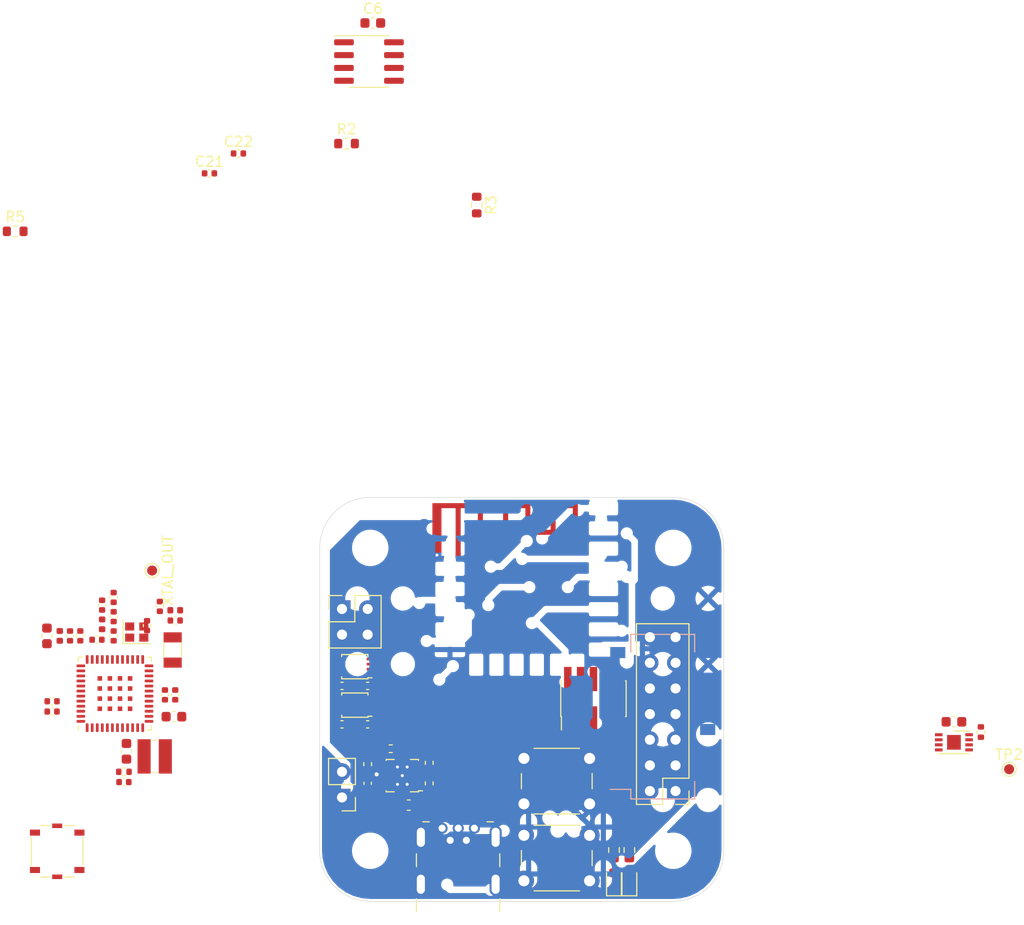
<source format=kicad_pcb>
(kicad_pcb (version 20171130) (host pcbnew 5.1.8)
  (layers (0 F.Cu signal) (31 B.Cu signal) (34 B.Paste user) (35 F.Paste user) (36 B.SilkS user) (37 F.SilkS user) (38 B.Mask user) (39 F.Mask user) (44 Edge.Cuts user))
  (net 0 "")
  (net 1 GND)
  (net 2 VBUS)
  (net 3 +BATT)
  (net 4 +VDC)
  (net 5 /SCL)
  (net 6 /SDA)
  (net 7 "Net-(AE1-Pad1)")
  (net 8 /XTAL_OUT)
  (net 9 "Net-(C1-Pad1)")
  (net 10 "Net-(C2-Pad1)")
  (net 11 "Net-(C4-Pad2)")
  (net 12 "Net-(C5-Pad1)")
  (net 13 +1V8)
  (net 14 /~MCU_RST)
  (net 15 /MKW41_PERIPHERAL_PWR/~BTN_INT)
  (net 16 VDDA)
  (net 17 /VREFHVREF_OUT)
  (net 18 +1V5)
  (net 19 /VDD_RF)
  (net 20 "Net-(C32-Pad1)")
  (net 21 "Net-(D1-Pad2)")
  (net 22 "Net-(D2-Pad2)")
  (net 23 /PTA17)
  (net 24 /PTA16)
  (net 25 /TMP0_CH3)
  (net 26 /TMP0_CH2)
  (net 27 /PTB3)
  (net 28 /PTB2)
  (net 29 /~BTN_INT)
  (net 30 /PTC19)
  (net 31 /PTC4)
  (net 32 /PTC1)
  (net 33 /I2C/UART_RX)
  (net 34 /I2C/UART_TX)
  (net 35 "Net-(J3-Pad8)")
  (net 36 "Net-(J3-Pad7)")
  (net 37 "Net-(J3-Pad6)")
  (net 38 /SWD_CLK)
  (net 39 /SWD_IO)
  (net 40 "Net-(J4-Pad4)")
  (net 41 "Net-(J4-Pad2)")
  (net 42 "Net-(J4-Pad3)")
  (net 43 "Net-(L1-Pad2)")
  (net 44 "Net-(L1-Pad1)")
  (net 45 /~TMP_INT)
  (net 46 /~CHG_RUN)
  (net 47 /~CHG_DONE)
  (net 48 /~CHG_PG)
  (net 49 /TMP0_CH0)
  (net 50 /TMP0_CH1)
  (net 51 "Net-(U1-Pad21)")
  (net 52 "Net-(U1-Pad22)")
  (net 53 "Net-(U1-Pad24)")
  (net 54 "Net-(U1-Pad25)")
  (net 55 "Net-(U1-Pad30)")
  (net 56 "Net-(U1-Pad31)")
  (net 57 /LPUART0_RX)
  (net 58 /LPUART0_TX)
  (net 59 "Net-(U4-Pad6)")
  (net 60 "Net-(U5-Pad3)")
  (module Connector_PinHeader_2.54mm:PinHeader_1x02_P2.54mm_Vertical (layer F.Cu) (at 180.086 98.298 180)
    (fp_text reference J5)
    (fp_text value Conn_01x02)
    (pad 2 thru_hole oval (at 0 2.54 180) (size 1.7 1.7) (drill 1) (layers *.Cu *.Mask) (net 1 GND))
    (pad 1 thru_hole rect (at 0 0 180) (size 1.7 1.7) (drill 1) (layers *.Cu *.Mask) (net 3 +BATT))
  )
  (module LED_SMD:LED_0603_1608Metric (layer F.Cu) (at 208.534 106.553 90)
    (fp_text reference D2)
    (fp_text value LED)
    (pad 2 smd roundrect (at 0.7875 0 90) (size 0.875 0.95) (layers F.Cu F.Paste F.Mask) (net 22 "Net-(D2-Pad2)"))
    (pad 1 smd roundrect (at -0.7875 0 90) (size 0.875 0.95) (layers F.Cu F.Paste F.Mask) (net 1 GND))
  )
  (module LED_SMD:LED_0603_1608Metric (layer F.Cu) (at 207.01 106.553 90)
    (fp_text reference D1)
    (fp_text value LED)
    (pad 2 smd roundrect (at 0.7875 0 90) (size 0.875 0.95) (layers F.Cu F.Paste F.Mask) (net 21 "Net-(D1-Pad2)"))
    (pad 1 smd roundrect (at -0.7875 0 90) (size 0.875 0.95) (layers F.Cu F.Paste F.Mask) (net 1 GND))
  )
  (module Capacitor_SMD:C_0402_1005Metric (layer F.Cu) (at 151.384 88.773 180)
    (fp_text reference C19)
    (fp_text value 100n)
    (pad 2 smd roundrect (at 0.48 0 180) (size 0.56 0.62) (layers F.Cu F.Paste F.Mask) (net 1 GND))
    (pad 1 smd roundrect (at -0.48 0 180) (size 0.56 0.62) (layers F.Cu F.Paste F.Mask) (net 13 +1V8))
  )
  (module RF_Antenna:Texas_SWRA117D_2.4GHz_Right (layer F.Cu) (at 191.584 74.295)
    (fp_text reference AE1)
    (fp_text value Antenna_Shield)
    (fp_poly (pts (xy 2.45 -2.51) (xy 4.45 -2.51) (xy 4.45 -5.15) (xy 7.15 -5.15) (xy 7.15 -2.51) (xy 9.15 -2.51) (xy 9.15 -5.15) (xy 11.85 -5.15) (xy 11.85 -0.71) (xy 11.35 -0.71) (xy 11.35 -4.65) (xy 9.65 -4.65) (xy 9.65 -2.01) (xy 6.65 -2.01) (xy 6.65 -4.65) (xy 4.95 -4.65) (xy 4.95 -2.01) (xy 1.95 -2.01) (xy 1.95 -4.65) (xy 0.25 -4.65) (xy 0.25 0.25) (xy -0.25 0.25) (xy -0.25 -4.65) (xy -1.65 -4.65) (xy -1.65 0.25) (xy -2.55 0.25) (xy -2.55 0.006785) (xy -2.247583 0.006785) (xy -2.237742 0.054395) (xy -2.213674 0.096797) (xy -2.175731 0.129581) (xy -2.167819 0.133935) (xy -2.125156 0.146043) (xy -2.076637 0.1453) (xy -2.031122 0.1324) (xy -2.012511 0.121787) (xy -1.978868 0.086553) (xy -1.958309 0.041368) (xy -1.951778 -0.008158) (xy -1.960218 -0.056417) (xy -1.977112 -0.088643) (xy -2.012372 -0.121313) (xy -2.057682 -0.141408) (xy -2.107267 -0.147982) (xy -2.155353 -0.140092) (xy -2.188245 -0.123186) (xy -2.223185 -0.086416) (xy -2.242847 -0.041622) (xy -2.247583 0.006785) (xy -2.55 0.006785) (xy -2.55 -5.15) (xy 2.45 -5.15) (xy 2.45 -2.51)) (layer F.Cu) (width 0))
    (pad 1 connect rect (at 0 0) (size 0.5 0.5) (layers F.Cu) (net 7 "Net-(AE1-Pad1)"))
    (pad 2 thru_hole rect (at -2.1 0) (size 0.9 0.5) (drill 0.3) (layers *.Cu) (net 1 GND))
  )
  (module Resistor_SMD:R_0402_1005Metric (layer F.Cu) (at 243.332 91.821 90)
    (fp_text reference R4)
    (fp_text value R)
    (pad 2 smd roundrect (at 0.51 0 90) (size 0.54 0.64) (layers F.Cu F.Paste F.Mask) (net 13 +1V8))
    (pad 1 smd roundrect (at -0.51 0 90) (size 0.54 0.64) (layers F.Cu F.Paste F.Mask) (net 45 /~TMP_INT))
  )
  (module Resistor_SMD:R_0402_1005Metric (layer F.Cu) (at 182.626 94.996 270)
    (fp_text reference R11)
    (fp_text value R)
    (pad 2 smd roundrect (at 0.51 0 270) (size 0.54 0.64) (layers F.Cu F.Paste F.Mask) (net 20 "Net-(C32-Pad1)"))
    (pad 1 smd roundrect (at -0.51 0 270) (size 0.54 0.64) (layers F.Cu F.Paste F.Mask) (net 1 GND))
  )
  (module Resistor_SMD:R_0402_1005Metric (layer F.Cu) (at 184.912 93.472)
    (fp_text reference R8)
    (fp_text value R)
    (pad 2 smd roundrect (at 0.51 0) (size 0.54 0.64) (layers F.Cu F.Paste F.Mask) (net 13 +1V8))
    (pad 1 smd roundrect (at -0.51 0) (size 0.54 0.64) (layers F.Cu F.Paste F.Mask) (net 48 /~CHG_PG))
  )
  (module Resistor_SMD:R_0402_1005Metric (layer F.Cu) (at 188.722 94.869 90)
    (fp_text reference R7)
    (fp_text value R)
    (pad 2 smd roundrect (at 0.51 0 90) (size 0.54 0.64) (layers F.Cu F.Paste F.Mask) (net 13 +1V8))
    (pad 1 smd roundrect (at -0.51 0 90) (size 0.54 0.64) (layers F.Cu F.Paste F.Mask) (net 47 /~CHG_DONE))
  )
  (module Resistor_SMD:R_0402_1005Metric (layer F.Cu) (at 188.722 96.901 270)
    (fp_text reference R6)
    (fp_text value R)
    (pad 2 smd roundrect (at 0.51 0 270) (size 0.54 0.64) (layers F.Cu F.Paste F.Mask) (net 13 +1V8))
    (pad 1 smd roundrect (at -0.51 0 270) (size 0.54 0.64) (layers F.Cu F.Paste F.Mask) (net 46 /~CHG_RUN))
  )
  (module Crystal:Crystal_SMD_3215-2Pin_3.2x1.5mm (layer F.Cu) (at 163.322 83.693 270)
    (fp_text reference Y2)
    (fp_text value "32.768KHz 20PPM 3.2x1.5mm 7PF")
    (pad 2 smd rect (at -1.25 0 270) (size 1 1.8) (layers F.Cu F.Paste F.Mask) (net 52 "Net-(U1-Pad22)"))
    (pad 1 smd rect (at 1.25 0 270) (size 1 1.8) (layers F.Cu F.Paste F.Mask) (net 51 "Net-(U1-Pad21)"))
  )
  (module Crystal:Crystal_SMD_2016-4Pin_2.0x1.6mm (layer F.Cu) (at 159.766 81.915)
    (fp_text reference Y1)
    (fp_text value "32MHz 10PPM SMT 2.0x1.6mm 10PF")
    (pad 4 smd rect (at -0.7 -0.55) (size 0.9 0.8) (layers F.Cu F.Paste F.Mask) (net 1 GND))
    (pad 3 smd rect (at 0.7 -0.55) (size 0.9 0.8) (layers F.Cu F.Paste F.Mask) (net 55 "Net-(U1-Pad30)"))
    (pad 2 smd rect (at 0.7 0.55) (size 0.9 0.8) (layers F.Cu F.Paste F.Mask) (net 1 GND))
    (pad 1 smd rect (at -0.7 0.55) (size 0.9 0.8) (layers F.Cu F.Paste F.Mask) (net 56 "Net-(U1-Pad31)"))
  )
  (module Package_SON:VSON-10-1EP_3x3mm_P0.5mm_EP1.65x2.4mm_ThermalVias (layer F.Cu) (at 186.055 96.139 180)
    (fp_text reference U6)
    (fp_text value BQ24012)
    (pad 11 smd rect (at 0 0 180) (size 1.65 2.4) (layers B.Cu) (net 1 GND))
    (pad 11 thru_hole circle (at 0 0 180) (size 0.6 0.6) (drill 0.3) (layers *.Cu) (net 1 GND))
    (pad 11 thru_hole circle (at 0.48 0.86 180) (size 0.6 0.6) (drill 0.3) (layers *.Cu) (net 1 GND))
    (pad 11 thru_hole circle (at 0.48 -0.86 180) (size 0.6 0.6) (drill 0.3) (layers *.Cu) (net 1 GND))
    (pad 11 thru_hole circle (at -0.48 0.86 180) (size 0.6 0.6) (drill 0.3) (layers *.Cu) (net 1 GND))
    (pad 11 thru_hole circle (at -0.48 -0.86 180) (size 0.6 0.6) (drill 0.3) (layers *.Cu) (net 1 GND))
    (pad 11 smd rect (at 0.25 1.55 180) (size 0.28 0.7) (layers F.Cu F.Paste F.Mask) (net 1 GND))
    (pad 11 smd rect (at 0.25 -1.55 180) (size 0.28 0.7) (layers F.Cu F.Paste F.Mask) (net 1 GND))
    (pad 11 smd rect (at -0.25 1.55 180) (size 0.28 0.7) (layers F.Cu F.Paste F.Mask) (net 1 GND))
    (pad 11 smd rect (at -0.25 -1.55 180) (size 0.28 0.7) (layers F.Cu F.Paste F.Mask) (net 1 GND))
    (pad 11 smd rect (at 0 0 180) (size 1.65 2.4) (layers F.Cu F.Mask) (net 1 GND))
    (pad 10 smd rect (at 1.475 -1 180) (size 0.85 0.28) (layers F.Cu F.Paste F.Mask) (net 3 +BATT))
    (pad 9 smd rect (at 1.475 -0.5 180) (size 0.85 0.28) (layers F.Cu F.Paste F.Mask) (net 3 +BATT))
    (pad 8 smd rect (at 1.475 0 180) (size 0.85 0.28) (layers F.Cu F.Paste F.Mask) (net 1 GND))
    (pad 7 smd rect (at 1.475 0.5 180) (size 0.85 0.28) (layers F.Cu F.Paste F.Mask) (net 48 /~CHG_PG))
    (pad 6 smd rect (at 1.475 1 180) (size 0.85 0.28) (layers F.Cu F.Paste F.Mask) (net 20 "Net-(C32-Pad1)"))
    (pad 5 smd rect (at -1.475 1 180) (size 0.85 0.28) (layers F.Cu F.Paste F.Mask) (net 1 GND))
    (pad 4 smd rect (at -1.475 0.5 180) (size 0.85 0.28) (layers F.Cu F.Paste F.Mask) (net 47 /~CHG_DONE))
    (pad 3 smd rect (at -1.475 0 180) (size 0.85 0.28) (layers F.Cu F.Paste F.Mask) (net 46 /~CHG_RUN))
    (pad 2 smd rect (at -1.475 -0.5 180) (size 0.85 0.28) (layers F.Cu F.Paste F.Mask) (net 2 VBUS))
    (pad 1 smd rect (at -1.475 -1 180) (size 0.85 0.28) (layers F.Cu F.Paste F.Mask) (net 2 VBUS))
  )
  (module Package_SO:VSSOP-8_2.4x2.1mm_P0.5mm (layer F.Cu) (at 181.356 85.344 180)
    (fp_text reference U5)
    (fp_text value SN74LVC2T45DCUR)
    (pad 8 smd rect (at 1.55 -0.75 180) (size 0.75 0.25) (layers F.Cu F.Paste F.Mask) (net 4 +VDC))
    (pad 7 smd rect (at 1.55 -0.25 180) (size 0.75 0.25) (layers F.Cu F.Paste F.Mask) (net 33 /I2C/UART_RX))
    (pad 6 smd rect (at 1.55 0.25 180) (size 0.75 0.25) (layers F.Cu F.Paste F.Mask) (net 1 GND))
    (pad 5 smd rect (at 1.55 0.75 180) (size 0.75 0.25) (layers F.Cu F.Paste F.Mask) (net 1 GND))
    (pad 4 smd rect (at -1.55 0.75 180) (size 0.75 0.25) (layers F.Cu F.Paste F.Mask) (net 1 GND))
    (pad 3 smd rect (at -1.55 0.25 180) (size 0.75 0.25) (layers F.Cu F.Paste F.Mask) (net 60 "Net-(U5-Pad3)"))
    (pad 2 smd rect (at -1.55 -0.25 180) (size 0.75 0.25) (layers F.Cu F.Paste F.Mask) (net 57 /LPUART0_RX))
    (pad 1 smd rect (at -1.55 -0.75 180) (size 0.75 0.25) (layers F.Cu F.Paste F.Mask) (net 13 +1V8))
  )
  (module Package_SO:VSSOP-8_2.4x2.1mm_P0.5mm (layer F.Cu) (at 181.356 89.154 180)
    (fp_text reference U4)
    (fp_text value SN74LVC2T45DCUR)
    (pad 8 smd rect (at 1.55 -0.75 180) (size 0.75 0.25) (layers F.Cu F.Paste F.Mask) (net 4 +VDC))
    (pad 7 smd rect (at 1.55 -0.25 180) (size 0.75 0.25) (layers F.Cu F.Paste F.Mask) (net 34 /I2C/UART_TX))
    (pad 6 smd rect (at 1.55 0.25 180) (size 0.75 0.25) (layers F.Cu F.Paste F.Mask) (net 59 "Net-(U4-Pad6)"))
    (pad 5 smd rect (at 1.55 0.75 180) (size 0.75 0.25) (layers F.Cu F.Paste F.Mask) (net 13 +1V8))
    (pad 4 smd rect (at -1.55 0.75 180) (size 0.75 0.25) (layers F.Cu F.Paste F.Mask) (net 1 GND))
    (pad 3 smd rect (at -1.55 0.25 180) (size 0.75 0.25) (layers F.Cu F.Paste F.Mask) (net 1 GND))
    (pad 2 smd rect (at -1.55 -0.25 180) (size 0.75 0.25) (layers F.Cu F.Paste F.Mask) (net 58 /LPUART0_TX))
    (pad 1 smd rect (at -1.55 -0.75 180) (size 0.75 0.25) (layers F.Cu F.Paste F.Mask) (net 13 +1V8))
  )
  (module Package_DFN_QFN:DFN-8-1EP_3x2mm_P0.5mm_EP1.36x1.46mm (layer F.Cu) (at 240.665 92.837)
    (fp_text reference U3)
    (fp_text value MCP9844)
    (pad 9 smd rect (at 0 0) (size 1.36 1.46) (layers F.Cu F.Mask) (net 1 GND))
    (pad 8 smd rect (at 1.5 -0.75) (size 0.75 0.3) (layers F.Cu F.Paste F.Mask) (net 13 +1V8))
    (pad 7 smd rect (at 1.5 -0.25) (size 0.75 0.3) (layers F.Cu F.Paste F.Mask) (net 45 /~TMP_INT))
    (pad 6 smd rect (at 1.5 0.25) (size 0.75 0.3) (layers F.Cu F.Paste F.Mask) (net 5 /SCL))
    (pad 5 smd rect (at 1.5 0.75) (size 0.75 0.3) (layers F.Cu F.Paste F.Mask) (net 6 /SDA))
    (pad 4 smd rect (at -1.5 0.75) (size 0.75 0.3) (layers F.Cu F.Paste F.Mask) (net 1 GND))
    (pad 3 smd rect (at -1.5 0.25) (size 0.75 0.3) (layers F.Cu F.Paste F.Mask) (net 1 GND))
    (pad 2 smd rect (at -1.5 -0.25) (size 0.75 0.3) (layers F.Cu F.Paste F.Mask) (net 1 GND))
    (pad 1 smd rect (at -1.5 -0.75) (size 0.75 0.3) (layers F.Cu F.Paste F.Mask) (net 1 GND))
  )
  (module Package_SO:SOIC-8_3.9x4.9mm_P1.27mm (layer F.Cu) (at 182.754 25.405)
    (fp_text reference U2)
    (fp_text value 24C16)
    (pad 8 smd roundrect (at 2.475 -1.905) (size 1.95 0.6) (layers F.Cu F.Paste F.Mask) (net 13 +1V8))
    (pad 7 smd roundrect (at 2.475 -0.635) (size 1.95 0.6) (layers F.Cu F.Paste F.Mask) (net 1 GND))
    (pad 6 smd roundrect (at 2.475 0.635) (size 1.95 0.6) (layers F.Cu F.Paste F.Mask) (net 5 /SCL))
    (pad 5 smd roundrect (at 2.475 1.905) (size 1.95 0.6) (layers F.Cu F.Paste F.Mask) (net 6 /SDA))
    (pad 4 smd roundrect (at -2.475 1.905) (size 1.95 0.6) (layers F.Cu F.Paste F.Mask) (net 1 GND))
    (pad 3 smd roundrect (at -2.475 0.635) (size 1.95 0.6) (layers F.Cu F.Paste F.Mask) (net 1 GND))
    (pad 2 smd roundrect (at -2.475 -0.635) (size 1.95 0.6) (layers F.Cu F.Paste F.Mask) (net 1 GND))
    (pad 1 smd roundrect (at -2.475 -1.905) (size 1.95 0.6) (layers F.Cu F.Paste F.Mask) (net 1 GND))
  )
  (module Package_DFN_QFN:NXP_LQFN-48-1EP_7x7mm_P0.5mm_EP3.5x3.5mm_16xMask0.45x0.45 (layer F.Cu) (at 157.607 88.011 90)
    (fp_text reference U1)
    (fp_text value MKW41Z512VHT)
    (pad 1 smd roundrect (at -3.375 -2.75 90) (size 0.85 0.27) (layers F.Cu F.Paste F.Mask) (net 39 /SWD_IO))
    (pad 2 smd roundrect (at -3.375 -2.25 90) (size 0.85 0.27) (layers F.Cu F.Paste F.Mask) (net 38 /SWD_CLK))
    (pad 3 smd roundrect (at -3.375 -1.75 90) (size 0.85 0.27) (layers F.Cu F.Paste F.Mask) (net 14 /~MCU_RST))
    (pad 4 smd roundrect (at -3.375 -1.25 90) (size 0.85 0.27) (layers F.Cu F.Paste F.Mask) (net 24 /PTA16))
    (pad 5 smd roundrect (at -3.375 -0.75 90) (size 0.85 0.27) (layers F.Cu F.Paste F.Mask) (net 23 /PTA17))
    (pad 6 smd roundrect (at -3.375 -0.25 90) (size 0.85 0.27) (layers F.Cu F.Paste F.Mask) (net 29 /~BTN_INT))
    (pad 7 smd roundrect (at -3.375 0.25 90) (size 0.85 0.27) (layers F.Cu F.Paste F.Mask) (net 45 /~TMP_INT))
    (pad 8 smd roundrect (at -3.375 0.75 90) (size 0.85 0.27) (layers F.Cu F.Paste F.Mask) (net 10 "Net-(C2-Pad1)"))
    (pad 9 smd roundrect (at -3.375 1.25 90) (size 0.85 0.27) (layers F.Cu F.Paste F.Mask) (net 3 +BATT))
    (pad 10 smd roundrect (at -3.375 1.75 90) (size 0.85 0.27) (layers F.Cu F.Paste F.Mask) (net 3 +BATT))
    (pad 11 smd roundrect (at -3.375 2.25 90) (size 0.85 0.27) (layers F.Cu F.Paste F.Mask) (net 43 "Net-(L1-Pad2)"))
    (pad 12 smd roundrect (at -3.375 2.75 90) (size 0.85 0.27) (layers F.Cu F.Paste F.Mask) (net 44 "Net-(L1-Pad1)"))
    (pad 13 smd roundrect (at -2.75 3.375 90) (size 0.27 0.85) (layers F.Cu F.Paste F.Mask) (net 1 GND))
    (pad 14 smd roundrect (at -2.25 3.375 90) (size 0.27 0.85) (layers F.Cu F.Paste F.Mask) (net 13 +1V8))
    (pad 15 smd roundrect (at -1.75 3.375 90) (size 0.27 0.85) (layers F.Cu F.Paste F.Mask) (net 18 +1V5))
    (pad 16 smd roundrect (at -1.25 3.375 90) (size 0.27 0.85) (layers F.Cu F.Paste F.Mask) (net 50 /TMP0_CH1))
    (pad 17 smd roundrect (at -0.75 3.375 90) (size 0.27 0.85) (layers F.Cu F.Paste F.Mask) (net 26 /TMP0_CH2))
    (pad 18 smd roundrect (at -0.25 3.375 90) (size 0.27 0.85) (layers F.Cu F.Paste F.Mask) (net 28 /PTB2))
    (pad 19 smd roundrect (at 0.25 3.375 90) (size 0.27 0.85) (layers F.Cu F.Paste F.Mask) (net 27 /PTB3))
    (pad 20 smd roundrect (at 0.75 3.375 90) (size 0.27 0.85) (layers F.Cu F.Paste F.Mask) (net 13 +1V8))
    (pad 21 smd roundrect (at 1.25 3.375 90) (size 0.27 0.85) (layers F.Cu F.Paste F.Mask) (net 51 "Net-(U1-Pad21)"))
    (pad 22 smd roundrect (at 1.75 3.375 90) (size 0.27 0.85) (layers F.Cu F.Paste F.Mask) (net 52 "Net-(U1-Pad22)"))
    (pad 23 smd roundrect (at 2.25 3.375 90) (size 0.27 0.85) (layers F.Cu F.Paste F.Mask) (net 49 /TMP0_CH0))
    (pad 24 smd roundrect (at 2.75 3.375 90) (size 0.27 0.85) (layers F.Cu F.Paste F.Mask) (net 53 "Net-(U1-Pad24)"))
    (pad 25 smd roundrect (at 3.375 2.75 90) (size 0.85 0.27) (layers F.Cu F.Paste F.Mask) (net 54 "Net-(U1-Pad25)"))
    (pad 26 smd roundrect (at 3.375 2.25 90) (size 0.85 0.27) (layers F.Cu F.Paste F.Mask) (net 1 GND))
    (pad 27 smd roundrect (at 3.375 1.75 90) (size 0.85 0.27) (layers F.Cu F.Paste F.Mask) (net 17 /VREFHVREF_OUT))
    (pad 28 smd roundrect (at 3.375 1.25 90) (size 0.85 0.27) (layers F.Cu F.Paste F.Mask) (net 16 VDDA))
    (pad 29 smd roundrect (at 3.375 0.75 90) (size 0.85 0.27) (layers F.Cu F.Paste F.Mask) (net 9 "Net-(C1-Pad1)"))
    (pad 30 smd roundrect (at 3.375 0.25 90) (size 0.85 0.27) (layers F.Cu F.Paste F.Mask) (net 55 "Net-(U1-Pad30)"))
    (pad 31 smd roundrect (at 3.375 -0.25 90) (size 0.85 0.27) (layers F.Cu F.Paste F.Mask) (net 56 "Net-(U1-Pad31)"))
    (pad 32 smd roundrect (at 3.375 -0.75 90) (size 0.85 0.27) (layers F.Cu F.Paste F.Mask) (net 19 /VDD_RF))
    (pad 33 smd roundrect (at 3.375 -1.25 90) (size 0.85 0.27) (layers F.Cu F.Paste F.Mask) (net 12 "Net-(C5-Pad1)"))
    (pad 34 smd roundrect (at 3.375 -1.75 90) (size 0.85 0.27) (layers F.Cu F.Paste F.Mask) (net 1 GND))
    (pad 35 smd roundrect (at 3.375 -2.25 90) (size 0.85 0.27) (layers F.Cu F.Paste F.Mask) (net 19 /VDD_RF))
    (pad 36 smd roundrect (at 3.375 -2.75 90) (size 0.85 0.27) (layers F.Cu F.Paste F.Mask) (net 19 /VDD_RF))
    (pad 37 smd roundrect (at 2.75 -3.375 90) (size 0.27 0.85) (layers F.Cu F.Paste F.Mask) (net 32 /PTC1))
    (pad 38 smd roundrect (at 2.25 -3.375 90) (size 0.27 0.85) (layers F.Cu F.Paste F.Mask) (net 5 /SCL))
    (pad 39 smd roundrect (at 1.75 -3.375 90) (size 0.27 0.85) (layers F.Cu F.Paste F.Mask) (net 6 /SDA))
    (pad 40 smd roundrect (at 1.25 -3.375 90) (size 0.27 0.85) (layers F.Cu F.Paste F.Mask) (net 31 /PTC4))
    (pad 41 smd roundrect (at 0.75 -3.375 90) (size 0.27 0.85) (layers F.Cu F.Paste F.Mask) (net 48 /~CHG_PG))
    (pad 42 smd roundrect (at 0.25 -3.375 90) (size 0.27 0.85) (layers F.Cu F.Paste F.Mask) (net 57 /LPUART0_RX))
    (pad 43 smd roundrect (at -0.25 -3.375 90) (size 0.27 0.85) (layers F.Cu F.Paste F.Mask) (net 58 /LPUART0_TX))
    (pad 44 smd roundrect (at -0.75 -3.375 90) (size 0.27 0.85) (layers F.Cu F.Paste F.Mask) (net 13 +1V8))
    (pad 45 smd roundrect (at -1.25 -3.375 90) (size 0.27 0.85) (layers F.Cu F.Paste F.Mask) (net 25 /TMP0_CH3))
    (pad 46 smd roundrect (at -1.75 -3.375 90) (size 0.27 0.85) (layers F.Cu F.Paste F.Mask) (net 46 /~CHG_RUN))
    (pad 47 smd roundrect (at -2.25 -3.375 90) (size 0.27 0.85) (layers F.Cu F.Paste F.Mask) (net 47 /~CHG_DONE))
    (pad 48 smd roundrect (at -2.75 -3.375 90) (size 0.27 0.85) (layers F.Cu F.Paste F.Mask) (net 30 /PTC19))
    (pad 49 smd rect (at -1.5 -1.5 90) (size 0.45 0.45) (layers F.Cu F.Paste F.Mask) (net 1 GND))
    (pad 49 smd rect (at -1.5 -0.5 90) (size 0.45 0.45) (layers F.Cu F.Paste F.Mask) (net 1 GND))
    (pad 49 smd rect (at -1.5 0.5 90) (size 0.45 0.45) (layers F.Cu F.Paste F.Mask) (net 1 GND))
    (pad 49 smd rect (at -1.5 1.5 90) (size 0.45 0.45) (layers F.Cu F.Paste F.Mask) (net 1 GND))
    (pad 49 smd rect (at -0.5 -1.5 90) (size 0.45 0.45) (layers F.Cu F.Paste F.Mask) (net 1 GND))
    (pad 49 smd rect (at -0.5 -0.5 90) (size 0.45 0.45) (layers F.Cu F.Paste F.Mask) (net 1 GND))
    (pad 49 smd rect (at -0.5 0.5 90) (size 0.45 0.45) (layers F.Cu F.Paste F.Mask) (net 1 GND))
    (pad 49 smd rect (at -0.5 1.5 90) (size 0.45 0.45) (layers F.Cu F.Paste F.Mask) (net 1 GND))
    (pad 49 smd rect (at 0.5 -1.5 90) (size 0.45 0.45) (layers F.Cu F.Paste F.Mask) (net 1 GND))
    (pad 49 smd rect (at 0.5 -0.5 90) (size 0.45 0.45) (layers F.Cu F.Paste F.Mask) (net 1 GND))
    (pad 49 smd rect (at 0.5 0.5 90) (size 0.45 0.45) (layers F.Cu F.Paste F.Mask) (net 1 GND))
    (pad 49 smd rect (at 0.5 1.5 90) (size 0.45 0.45) (layers F.Cu F.Paste F.Mask) (net 1 GND))
    (pad 49 smd rect (at 1.5 -1.5 90) (size 0.45 0.45) (layers F.Cu F.Paste F.Mask) (net 1 GND))
    (pad 49 smd rect (at 1.5 -0.5 90) (size 0.45 0.45) (layers F.Cu F.Paste F.Mask) (net 1 GND))
    (pad 49 smd rect (at 1.5 0.5 90) (size 0.45 0.45) (layers F.Cu F.Paste F.Mask) (net 1 GND))
    (pad 49 smd rect (at 1.5 1.5 90) (size 0.45 0.45) (layers F.Cu F.Paste F.Mask) (net 1 GND))
  )
  (module TestPoint:TestPoint_Pad_D1.0mm (layer F.Cu) (at 246.126 95.504)
    (fp_text reference TP2 (at 0 -1.448) (layer F.SilkS))
    (fp_text value ~TMP_INT)
    (pad 1 smd circle (at 0 0) (size 1 1) (layers F.Cu F.Mask) (net 45 /~TMP_INT))
  )
  (module Button_Switch_THT:SW_PUSH_6mm_H5mm (layer F.Cu) (at 204.597 98.933 180)
    (fp_text reference SW4)
    (fp_text value ~INT)
    (pad 1 thru_hole circle (at 6.5 0 270) (size 2 2) (drill 1.1) (layers *.Cu *.Mask) (net 15 /MKW41_PERIPHERAL_PWR/~BTN_INT))
    (pad 2 thru_hole circle (at 6.5 4.5 270) (size 2 2) (drill 1.1) (layers *.Cu *.Mask) (net 1 GND))
    (pad 1 thru_hole circle (at 0 0 270) (size 2 2) (drill 1.1) (layers *.Cu *.Mask) (net 15 /MKW41_PERIPHERAL_PWR/~BTN_INT))
    (pad 2 thru_hole circle (at 0 4.5 270) (size 2 2) (drill 1.1) (layers *.Cu *.Mask) (net 1 GND))
  )
  (module Button_Switch_SMD:SW_SPST_Panasonic_EVQPL_3PL_5PL_PT_A08 (layer F.Cu) (at 151.892 103.632 270)
    (fp_text reference SW3)
    (fp_text value ~RST)
    (pad 0 smd rect (at 2.525 0 270) (size 0.45 1) (layers F.Cu F.Paste F.Mask))
    (pad 0 smd rect (at -2.525 0 270) (size 0.45 1) (layers F.Cu F.Paste F.Mask))
    (pad 2 smd rect (at 1.85 2.2 270) (size 0.6 1) (layers F.Cu F.Paste F.Mask) (net 1 GND))
    (pad 2 smd rect (at 1.85 -2.2 270) (size 0.6 1) (layers F.Cu F.Paste F.Mask) (net 1 GND))
    (pad 1 smd rect (at -1.85 -2.2 270) (size 0.6 1) (layers F.Cu F.Paste F.Mask) (net 14 /~MCU_RST))
    (pad 1 smd rect (at -1.85 2.2 270) (size 0.6 1) (layers F.Cu F.Paste F.Mask) (net 14 /~MCU_RST))
  )
  (module Button_Switch_SMD:SW_DIP_SPSTx06_Slide_Omron_A6S-610x_W8.9mm_P2.54mm (layer B.Cu) (at 211.836 90.297)
    (fp_text reference SW1)
    (fp_text value SW_DIP_x06)
    (pad 12 smd rect (at 4.45 6.35) (size 1.5 1.1) (layers B.Cu B.Paste B.Mask) (net 1 GND))
    (pad 6 smd rect (at -4.45 -6.35) (size 1.5 1.1) (layers B.Cu B.Paste B.Mask) (net 23 /PTA17))
    (pad 11 smd rect (at 4.45 3.81) (size 1.5 1.1) (layers B.Cu B.Paste B.Mask) (net 1 GND))
    (pad 5 smd rect (at -4.45 -3.81) (size 1.5 1.1) (layers B.Cu B.Paste B.Mask) (net 24 /PTA16))
    (pad 10 smd rect (at 4.45 1.27) (size 1.5 1.1) (layers B.Cu B.Paste B.Mask) (net 1 GND))
    (pad 4 smd rect (at -4.45 -1.27) (size 1.5 1.1) (layers B.Cu B.Paste B.Mask) (net 25 /TMP0_CH3))
    (pad 9 smd rect (at 4.45 -1.27) (size 1.5 1.1) (layers B.Cu B.Paste B.Mask) (net 1 GND))
    (pad 3 smd rect (at -4.45 1.27) (size 1.5 1.1) (layers B.Cu B.Paste B.Mask) (net 26 /TMP0_CH2))
    (pad 8 smd rect (at 4.45 -3.81) (size 1.5 1.1) (layers B.Cu B.Paste B.Mask) (net 1 GND))
    (pad 2 smd rect (at -4.45 3.81) (size 1.5 1.1) (layers B.Cu B.Paste B.Mask) (net 27 /PTB3))
    (pad 7 smd rect (at 4.45 -6.35) (size 1.5 1.1) (layers B.Cu B.Paste B.Mask) (net 1 GND))
    (pad 1 smd rect (at -4.45 6.35) (size 1.5 1.1) (layers B.Cu B.Paste B.Mask) (net 28 /PTB2))
  )
  (module Resistor_SMD:R_0603_1608Metric (layer F.Cu) (at 208.534 103.505 90)
    (fp_text reference R13)
    (fp_text value R)
    (pad 2 smd roundrect (at 0.825 0 90) (size 0.8 0.95) (layers F.Cu F.Paste F.Mask) (net 50 /TMP0_CH1))
    (pad 1 smd roundrect (at -0.825 0 90) (size 0.8 0.95) (layers F.Cu F.Paste F.Mask) (net 22 "Net-(D2-Pad2)"))
  )
  (module Resistor_SMD:R_0603_1608Metric (layer F.Cu) (at 207.01 103.505 90)
    (fp_text reference R12)
    (fp_text value R)
    (pad 2 smd roundrect (at 0.825 0 90) (size 0.8 0.95) (layers F.Cu F.Paste F.Mask) (net 49 /TMP0_CH0))
    (pad 1 smd roundrect (at -0.825 0 90) (size 0.8 0.95) (layers F.Cu F.Paste F.Mask) (net 21 "Net-(D1-Pad2)"))
  )
  (module Resistor_SMD:R_0603_1608Metric (layer F.Cu) (at 147.734 42.225)
    (fp_text reference R5 (at 0 -1.43) (layer F.SilkS))
    (fp_text value R)
    (pad 2 smd roundrect (at 0.825 0) (size 0.8 0.95) (layers F.Cu F.Paste F.Mask) (net 13 +1V8))
    (pad 1 smd roundrect (at -0.825 0) (size 0.8 0.95) (layers F.Cu F.Paste F.Mask) (net 15 /MKW41_PERIPHERAL_PWR/~BTN_INT))
  )
  (module Resistor_SMD:R_0603_1608Metric (layer F.Cu) (at 193.421 39.624 270)
    (fp_text reference R3 (at 0 -1.43 90) (layer F.SilkS))
    (fp_text value 2K2)
    (pad 2 smd roundrect (at 0.825 0 270) (size 0.8 0.95) (layers F.Cu F.Paste F.Mask) (net 6 /SDA))
    (pad 1 smd roundrect (at -0.825 0 270) (size 0.8 0.95) (layers F.Cu F.Paste F.Mask) (net 13 +1V8))
  )
  (module Resistor_SMD:R_0603_1608Metric (layer F.Cu) (at 180.534 33.535)
    (fp_text reference R2 (at 0 -1.43) (layer F.SilkS))
    (fp_text value 2K2)
    (pad 2 smd roundrect (at 0.825 0) (size 0.8 0.95) (layers F.Cu F.Paste F.Mask) (net 5 /SCL))
    (pad 1 smd roundrect (at -0.825 0) (size 0.8 0.95) (layers F.Cu F.Paste F.Mask) (net 13 +1V8))
  )
  (module Resistor_SMD:R_0402_1005Metric (layer F.Cu) (at 158.496 95.758)
    (fp_text reference R1)
    (fp_text value 102K)
    (pad 2 smd roundrect (at 0.51 0) (size 0.54 0.64) (layers F.Cu F.Paste F.Mask) (net 1 GND))
    (pad 1 smd roundrect (at -0.51 0) (size 0.54 0.64) (layers F.Cu F.Paste F.Mask) (net 10 "Net-(C2-Pad1)"))
  )
  (module Inductor_SMD:L_0402_1005Metric (layer F.Cu) (at 152.146 82.296 90)
    (fp_text reference L4)
    (fp_text value 100n)
    (pad 2 smd roundrect (at 0.485 0 90) (size 0.59 0.64) (layers F.Cu F.Paste F.Mask) (net 19 /VDD_RF))
    (pad 1 smd roundrect (at -0.485 0 90) (size 0.59 0.64) (layers F.Cu F.Paste F.Mask) (net 18 +1V5))
  )
  (module Inductor_SMD:L_0402_1005Metric (layer F.Cu) (at 163.576 79.756 180)
    (fp_text reference L3)
    (fp_text value 100n)
    (pad 2 smd roundrect (at 0.485 0 180) (size 0.59 0.64) (layers F.Cu F.Paste F.Mask) (net 16 VDDA))
    (pad 1 smd roundrect (at -0.485 0 180) (size 0.59 0.64) (layers F.Cu F.Paste F.Mask) (net 13 +1V8))
  )
  (module Inductor_SMD:L_0402_1005Metric (layer F.Cu) (at 156.337 81.153 90)
    (fp_text reference L2)
    (fp_text value 5,6n)
    (pad 2 smd roundrect (at 0.485 0 90) (size 0.59 0.64) (layers F.Cu F.Paste F.Mask) (net 11 "Net-(C4-Pad2)"))
    (pad 1 smd roundrect (at -0.485 0 90) (size 0.59 0.64) (layers F.Cu F.Paste F.Mask) (net 12 "Net-(C5-Pad1)"))
  )
  (module Inductor_SMD:L_Wuerth_MAPI-3012 (layer F.Cu) (at 161.544 94.234 180)
    (fp_text reference L1)
    (fp_text value 10u)
    (pad 2 smd rect (at 1.05 0 180) (size 1.3 3.4) (layers F.Cu F.Paste F.Mask) (net 43 "Net-(L1-Pad2)"))
    (pad 1 smd rect (at -1.05 0 180) (size 1.3 3.4) (layers F.Cu F.Paste F.Mask) (net 44 "Net-(L1-Pad1)"))
  )
  (module myfootprints:USB-Mini-B_Wuerth_651005136521_Horizontal (layer F.Cu) (at 189.992 101.346)
    (fp_text reference J4)
    (fp_text value USB_B_Micro)
    (pad 6 thru_hole oval (at 5.3 5.55) (size 1.2 2.3) (drill oval 0.8 1.9) (layers *.Cu *.Mask) (net 1 GND))
    (pad 6 thru_hole oval (at 5.3 0.9) (size 1.2 2.3) (drill oval 0.8 1.9) (layers *.Cu *.Mask) (net 1 GND))
    (pad 6 thru_hole oval (at -2.1 5.55) (size 1.2 2.3) (drill oval 0.8 1.9) (layers *.Cu *.Mask) (net 1 GND))
    (pad 6 thru_hole oval (at -2.1 0.9) (size 1.2 2.3) (drill oval 0.8 1.9) (layers *.Cu *.Mask) (net 1 GND))
    (pad 4 thru_hole circle (at 2.4 1.2) (size 1.1 1.1) (drill 0.7) (layers *.Cu *.Mask) (net 40 "Net-(J4-Pad4)"))
    (pad 2 thru_hole circle (at 0.8 1.2) (size 1.1 1.1) (drill 0.7) (layers *.Cu *.Mask) (net 41 "Net-(J4-Pad2)"))
    (pad 5 thru_hole circle (at 3.2 0) (size 1.1 1.1) (drill 0.7) (layers *.Cu *.Mask) (net 1 GND))
    (pad 3 thru_hole circle (at 1.6 0) (size 1.1 1.1) (drill 0.7) (layers *.Cu *.Mask) (net 42 "Net-(J4-Pad3)"))
    (pad 1 thru_hole circle (at 0 0) (size 1.1 1.1) (drill 0.7) (layers *.Cu *.Mask) (net 2 VBUS))
  )
  (module Connector_PinHeader_1.27mm:PinHeader_2x05_P1.27mm_Vertical_SMD (layer F.Cu) (at 204.978 88.519 90)
    (fp_text reference J3)
    (fp_text value Conn_ARM_JTAG_SWD_10)
    (pad 10 smd rect (at 1.95 2.54 90) (size 2.4 0.74) (layers F.Cu F.Paste F.Mask) (net 14 /~MCU_RST))
    (pad 9 smd rect (at -1.95 2.54 90) (size 2.4 0.74) (layers F.Cu F.Paste F.Mask) (net 1 GND))
    (pad 8 smd rect (at 1.95 1.27 90) (size 2.4 0.74) (layers F.Cu F.Paste F.Mask) (net 35 "Net-(J3-Pad8)"))
    (pad 7 smd rect (at -1.95 1.27 90) (size 2.4 0.74) (layers F.Cu F.Paste F.Mask) (net 36 "Net-(J3-Pad7)"))
    (pad 6 smd rect (at 1.95 0 90) (size 2.4 0.74) (layers F.Cu F.Paste F.Mask) (net 37 "Net-(J3-Pad6)"))
    (pad 5 smd rect (at -1.95 0 90) (size 2.4 0.74) (layers F.Cu F.Paste F.Mask) (net 1 GND))
    (pad 4 smd rect (at 1.95 -1.27 90) (size 2.4 0.74) (layers F.Cu F.Paste F.Mask) (net 38 /SWD_CLK))
    (pad 3 smd rect (at -1.95 -1.27 90) (size 2.4 0.74) (layers F.Cu F.Paste F.Mask) (net 1 GND))
    (pad 2 smd rect (at 1.95 -2.54 90) (size 2.4 0.74) (layers F.Cu F.Paste F.Mask) (net 39 /SWD_IO))
    (pad 1 smd rect (at -1.95 -2.54 90) (size 2.4 0.74) (layers F.Cu F.Paste F.Mask) (net 13 +1V8))
  )
  (module Connector_PinHeader_2.54mm:PinHeader_2x02_P2.54mm_Vertical (layer F.Cu) (at 180.086 79.629)
    (fp_text reference J2)
    (fp_text value Conn_01x04)
    (pad 4 thru_hole oval (at 2.54 2.54) (size 1.7 1.7) (drill 1) (layers *.Cu *.Mask) (net 1 GND))
    (pad 3 thru_hole oval (at 0 2.54) (size 1.7 1.7) (drill 1) (layers *.Cu *.Mask) (net 33 /I2C/UART_RX))
    (pad 2 thru_hole oval (at 2.54 0) (size 1.7 1.7) (drill 1) (layers *.Cu *.Mask) (net 34 /I2C/UART_TX))
    (pad 1 thru_hole rect (at 0 0) (size 1.7 1.7) (drill 1) (layers *.Cu *.Mask) (net 4 +VDC))
  )
  (module Connector_PinHeader_2.54mm:PinHeader_2x07_P2.54mm_Vertical (layer F.Cu) (at 213.106 97.663 180)
    (fp_text reference J1)
    (fp_text value Conn_01x14)
    (pad 14 thru_hole oval (at 2.54 15.24 180) (size 1.7 1.7) (drill 1) (layers *.Cu *.Mask) (net 23 /PTA17))
    (pad 13 thru_hole oval (at 0 15.24 180) (size 1.7 1.7) (drill 1) (layers *.Cu *.Mask) (net 24 /PTA16))
    (pad 12 thru_hole oval (at 2.54 12.7 180) (size 1.7 1.7) (drill 1) (layers *.Cu *.Mask) (net 25 /TMP0_CH3))
    (pad 11 thru_hole oval (at 0 12.7 180) (size 1.7 1.7) (drill 1) (layers *.Cu *.Mask) (net 26 /TMP0_CH2))
    (pad 10 thru_hole oval (at 2.54 10.16 180) (size 1.7 1.7) (drill 1) (layers *.Cu *.Mask) (net 27 /PTB3))
    (pad 9 thru_hole oval (at 0 10.16 180) (size 1.7 1.7) (drill 1) (layers *.Cu *.Mask) (net 28 /PTB2))
    (pad 8 thru_hole oval (at 2.54 7.62 180) (size 1.7 1.7) (drill 1) (layers *.Cu *.Mask) (net 29 /~BTN_INT))
    (pad 7 thru_hole oval (at 0 7.62 180) (size 1.7 1.7) (drill 1) (layers *.Cu *.Mask) (net 30 /PTC19))
    (pad 6 thru_hole oval (at 2.54 5.08 180) (size 1.7 1.7) (drill 1) (layers *.Cu *.Mask) (net 31 /PTC4))
    (pad 5 thru_hole oval (at 0 5.08 180) (size 1.7 1.7) (drill 1) (layers *.Cu *.Mask) (net 32 /PTC1))
    (pad 4 thru_hole oval (at 2.54 2.54 180) (size 1.7 1.7) (drill 1) (layers *.Cu *.Mask) (net 1 GND))
    (pad 3 thru_hole oval (at 0 2.54 180) (size 1.7 1.7) (drill 1) (layers *.Cu *.Mask) (net 1 GND))
    (pad 2 thru_hole oval (at 2.54 0 180) (size 1.7 1.7) (drill 1) (layers *.Cu *.Mask) (net 3 +BATT))
    (pad 1 thru_hole rect (at 0 0 180) (size 1.7 1.7) (drill 1) (layers *.Cu *.Mask) (net 13 +1V8))
  )
  (module Capacitor_SMD:C_0402_1005Metric (layer F.Cu) (at 182.626 96.901 270)
    (fp_text reference C32)
    (fp_text value 100n)
    (pad 2 smd roundrect (at 0.48 0 270) (size 0.56 0.62) (layers F.Cu F.Paste F.Mask) (net 3 +BATT))
    (pad 1 smd roundrect (at -0.48 0 270) (size 0.56 0.62) (layers F.Cu F.Paste F.Mask) (net 20 "Net-(C32-Pad1)"))
  )
  (module Capacitor_SMD:C_0402_1005Metric (layer F.Cu) (at 157.48 78.486 90)
    (fp_text reference C31)
    (fp_text value 12p)
    (pad 2 smd roundrect (at 0.48 0 90) (size 0.56 0.62) (layers F.Cu F.Paste F.Mask) (net 1 GND))
    (pad 1 smd roundrect (at -0.48 0 90) (size 0.56 0.62) (layers F.Cu F.Paste F.Mask) (net 19 /VDD_RF))
  )
  (module Capacitor_SMD:C_0402_1005Metric (layer F.Cu) (at 154.178 82.296 90)
    (fp_text reference C30)
    (fp_text value 12p)
    (pad 2 smd roundrect (at 0.48 0 90) (size 0.56 0.62) (layers F.Cu F.Paste F.Mask) (net 1 GND))
    (pad 1 smd roundrect (at -0.48 0 90) (size 0.56 0.62) (layers F.Cu F.Paste F.Mask) (net 19 /VDD_RF))
  )
  (module Capacitor_SMD:C_0402_1005Metric (layer F.Cu) (at 157.48 80.391 90)
    (fp_text reference C29)
    (fp_text value 100n)
    (pad 2 smd roundrect (at 0.48 0 90) (size 0.56 0.62) (layers F.Cu F.Paste F.Mask) (net 1 GND))
    (pad 1 smd roundrect (at -0.48 0 90) (size 0.56 0.62) (layers F.Cu F.Paste F.Mask) (net 19 /VDD_RF))
  )
  (module Capacitor_SMD:C_0402_1005Metric (layer F.Cu) (at 157.48 82.296 90)
    (fp_text reference C28)
    (fp_text value 1u)
    (pad 2 smd roundrect (at 0.48 0 90) (size 0.56 0.62) (layers F.Cu F.Paste F.Mask) (net 1 GND))
    (pad 1 smd roundrect (at -0.48 0 90) (size 0.56 0.62) (layers F.Cu F.Paste F.Mask) (net 19 /VDD_RF))
  )
  (module Capacitor_SMD:C_0402_1005Metric (layer F.Cu) (at 153.162 82.296 90)
    (fp_text reference C27)
    (fp_text value 1u)
    (pad 2 smd roundrect (at 0.48 0 90) (size 0.56 0.62) (layers F.Cu F.Paste F.Mask) (net 1 GND))
    (pad 1 smd roundrect (at -0.48 0 90) (size 0.56 0.62) (layers F.Cu F.Paste F.Mask) (net 19 /VDD_RF))
  )
  (module Capacitor_SMD:C_0603_1608Metric (layer F.Cu) (at 150.876 82.296 90)
    (fp_text reference C26)
    (fp_text value 10u)
    (pad 2 smd roundrect (at 0.775 0 90) (size 0.9 0.95) (layers F.Cu F.Paste F.Mask) (net 1 GND))
    (pad 1 smd roundrect (at -0.775 0 90) (size 0.9 0.95) (layers F.Cu F.Paste F.Mask) (net 18 +1V5))
  )
  (module Capacitor_SMD:C_0603_1608Metric (layer F.Cu) (at 186.69 99.06)
    (fp_text reference C25)
    (fp_text value 1u)
    (pad 2 smd roundrect (at 0.775 0) (size 0.9 0.95) (layers F.Cu F.Paste F.Mask) (net 2 VBUS))
    (pad 1 smd roundrect (at -0.775 0) (size 0.9 0.95) (layers F.Cu F.Paste F.Mask) (net 1 GND))
  )
  (module Capacitor_SMD:C_0402_1005Metric (layer F.Cu) (at 162.052 79.375 90)
    (fp_text reference C24)
    (fp_text value 100n)
    (pad 2 smd roundrect (at 0.48 0 90) (size 0.56 0.62) (layers F.Cu F.Paste F.Mask) (net 1 GND))
    (pad 1 smd roundrect (at -0.48 0 90) (size 0.56 0.62) (layers F.Cu F.Paste F.Mask) (net 17 /VREFHVREF_OUT))
  )
  (module Capacitor_SMD:C_0402_1005Metric (layer F.Cu) (at 163.576 80.772)
    (fp_text reference C23)
    (fp_text value 1u)
    (pad 2 smd roundrect (at 0.48 0) (size 0.56 0.62) (layers F.Cu F.Paste F.Mask) (net 1 GND))
    (pad 1 smd roundrect (at -0.48 0) (size 0.56 0.62) (layers F.Cu F.Paste F.Mask) (net 16 VDDA))
  )
  (module Capacitor_SMD:C_0402_1005Metric (layer F.Cu) (at 169.834 34.515)
    (fp_text reference C22 (at 0 -1.16) (layer F.SilkS))
    (fp_text value 10n)
    (pad 2 smd roundrect (at 0.48 0) (size 0.56 0.62) (layers F.Cu F.Paste F.Mask) (net 1 GND))
    (pad 1 smd roundrect (at -0.48 0) (size 0.56 0.62) (layers F.Cu F.Paste F.Mask) (net 15 /MKW41_PERIPHERAL_PWR/~BTN_INT))
  )
  (module Capacitor_SMD:C_0402_1005Metric (layer F.Cu) (at 166.964 36.485)
    (fp_text reference C21 (at 0 -1.16) (layer F.SilkS))
    (fp_text value 10n)
    (pad 2 smd roundrect (at 0.48 0) (size 0.56 0.62) (layers F.Cu F.Paste F.Mask) (net 1 GND))
    (pad 1 smd roundrect (at -0.48 0) (size 0.56 0.62) (layers F.Cu F.Paste F.Mask) (net 14 /~MCU_RST))
  )
  (module Capacitor_SMD:C_0402_1005Metric (layer F.Cu) (at 162.56 88.138 90)
    (fp_text reference C20)
    (fp_text value 100n)
    (pad 2 smd roundrect (at 0.48 0 90) (size 0.56 0.62) (layers F.Cu F.Paste F.Mask) (net 1 GND))
    (pad 1 smd roundrect (at -0.48 0 90) (size 0.56 0.62) (layers F.Cu F.Paste F.Mask) (net 13 +1V8))
  )
  (module Capacitor_SMD:C_0402_1005Metric (layer F.Cu) (at 163.576 88.138 90)
    (fp_text reference C18)
    (fp_text value 1u)
    (pad 2 smd roundrect (at 0.48 0 90) (size 0.56 0.62) (layers F.Cu F.Paste F.Mask) (net 1 GND))
    (pad 1 smd roundrect (at -0.48 0 90) (size 0.56 0.62) (layers F.Cu F.Paste F.Mask) (net 13 +1V8))
  )
  (module Capacitor_SMD:C_0402_1005Metric (layer F.Cu) (at 151.384 89.789 180)
    (fp_text reference C17)
    (fp_text value 1u)
    (pad 2 smd roundrect (at 0.48 0 180) (size 0.56 0.62) (layers F.Cu F.Paste F.Mask) (net 1 GND))
    (pad 1 smd roundrect (at -0.48 0 180) (size 0.56 0.62) (layers F.Cu F.Paste F.Mask) (net 13 +1V8))
  )
  (module Capacitor_SMD:C_0603_1608Metric (layer F.Cu) (at 163.449 90.297)
    (fp_text reference C16)
    (fp_text value 10u)
    (pad 2 smd roundrect (at 0.775 0) (size 0.9 0.95) (layers F.Cu F.Paste F.Mask) (net 1 GND))
    (pad 1 smd roundrect (at -0.775 0) (size 0.9 0.95) (layers F.Cu F.Paste F.Mask) (net 13 +1V8))
  )
  (module Capacitor_SMD:C_0402_1005Metric (layer F.Cu) (at 180.086 87.249)
    (fp_text reference C14)
    (fp_text value 100n)
    (pad 2 smd roundrect (at 0.48 0) (size 0.56 0.62) (layers F.Cu F.Paste F.Mask) (net 1 GND))
    (pad 1 smd roundrect (at -0.48 0) (size 0.56 0.62) (layers F.Cu F.Paste F.Mask) (net 4 +VDC))
  )
  (module Capacitor_SMD:C_0402_1005Metric (layer F.Cu) (at 182.626 87.249 180)
    (fp_text reference C13)
    (fp_text value 100n)
    (pad 2 smd roundrect (at 0.48 0 180) (size 0.56 0.62) (layers F.Cu F.Paste F.Mask) (net 1 GND))
    (pad 1 smd roundrect (at -0.48 0 180) (size 0.56 0.62) (layers F.Cu F.Paste F.Mask) (net 13 +1V8))
  )
  (module Capacitor_SMD:C_0402_1005Metric (layer F.Cu) (at 180.086 91.059)
    (fp_text reference C10)
    (fp_text value 100n)
    (pad 2 smd roundrect (at 0.48 0) (size 0.56 0.62) (layers F.Cu F.Paste F.Mask) (net 1 GND))
    (pad 1 smd roundrect (at -0.48 0) (size 0.56 0.62) (layers F.Cu F.Paste F.Mask) (net 4 +VDC))
  )
  (module Capacitor_SMD:C_0402_1005Metric (layer F.Cu) (at 182.626 91.059 180)
    (fp_text reference C9)
    (fp_text value 100n)
    (pad 2 smd roundrect (at 0.48 0 180) (size 0.56 0.62) (layers F.Cu F.Paste F.Mask) (net 1 GND))
    (pad 1 smd roundrect (at -0.48 0 180) (size 0.56 0.62) (layers F.Cu F.Paste F.Mask) (net 13 +1V8))
  )
  (module Capacitor_SMD:C_0603_1608Metric (layer F.Cu) (at 240.665 90.805 180)
    (fp_text reference C7)
    (fp_text value 10n)
    (pad 2 smd roundrect (at 0.775 0 180) (size 0.9 0.95) (layers F.Cu F.Paste F.Mask) (net 1 GND))
    (pad 1 smd roundrect (at -0.775 0 180) (size 0.9 0.95) (layers F.Cu F.Paste F.Mask) (net 13 +1V8))
  )
  (module Capacitor_SMD:C_0603_1608Metric (layer F.Cu) (at 183.134 21.59)
    (fp_text reference C6 (at 0 -1.43) (layer F.SilkS))
    (fp_text value 100n)
    (pad 2 smd roundrect (at 0.775 0) (size 0.9 0.95) (layers F.Cu F.Paste F.Mask) (net 1 GND))
    (pad 1 smd roundrect (at -0.775 0) (size 0.9 0.95) (layers F.Cu F.Paste F.Mask) (net 13 +1V8))
  )
  (module Capacitor_SMD:C_0402_1005Metric (layer F.Cu) (at 155.829 82.677 180)
    (fp_text reference C5)
    (fp_text value 0,7p)
    (pad 2 smd roundrect (at 0.48 0 180) (size 0.56 0.62) (layers F.Cu F.Paste F.Mask) (net 1 GND))
    (pad 1 smd roundrect (at -0.48 0 180) (size 0.56 0.62) (layers F.Cu F.Paste F.Mask) (net 12 "Net-(C5-Pad1)"))
  )
  (module Capacitor_SMD:C_0402_1005Metric (layer F.Cu) (at 156.337 79.248 90)
    (fp_text reference C4)
    (fp_text value 10p)
    (pad 2 smd roundrect (at 0.48 0 90) (size 0.56 0.62) (layers F.Cu F.Paste F.Mask) (net 11 "Net-(C4-Pad2)"))
    (pad 1 smd roundrect (at -0.48 0 90) (size 0.56 0.62) (layers F.Cu F.Paste F.Mask) (net 7 "Net-(AE1-Pad1)"))
  )
  (module Capacitor_SMD:C_0603_1608Metric (layer F.Cu) (at 158.75 93.726 270)
    (fp_text reference C3)
    (fp_text value 10u)
    (pad 2 smd roundrect (at 0.775 0 270) (size 0.9 0.95) (layers F.Cu F.Paste F.Mask) (net 1 GND))
    (pad 1 smd roundrect (at -0.775 0 270) (size 0.9 0.95) (layers F.Cu F.Paste F.Mask) (net 3 +BATT))
  )
  (module Capacitor_SMD:C_0402_1005Metric (layer F.Cu) (at 158.496 96.774)
    (fp_text reference C2)
    (fp_text value 100n)
    (pad 2 smd roundrect (at 0.48 0) (size 0.56 0.62) (layers F.Cu F.Paste F.Mask) (net 1 GND))
    (pad 1 smd roundrect (at -0.48 0) (size 0.56 0.62) (layers F.Cu F.Paste F.Mask) (net 10 "Net-(C2-Pad1)"))
  )
  (module Capacitor_SMD:C_0402_1005Metric (layer F.Cu) (at 160.782 81.28 90)
    (fp_text reference C1)
    (fp_text value 10p)
    (pad 2 smd roundrect (at 0.48 0 90) (size 0.56 0.62) (layers F.Cu F.Paste F.Mask) (net 8 /XTAL_OUT))
    (pad 1 smd roundrect (at -0.48 0 90) (size 0.56 0.62) (layers F.Cu F.Paste F.Mask) (net 9 "Net-(C1-Pad1)"))
  )
  (module TestPoint:TestPoint_Pad_D1.0mm (layer F.Cu) (at 161.29 75.819 90)
    (fp_text reference TP1 hide)
    (fp_text value XTAL_OUT (at 0 1.55 90) (layer F.SilkS))
    (pad 1 smd circle (at 0 0 90) (size 1 1) (layers F.Cu F.Mask) (net 8 /XTAL_OUT))
  )
  (module MountingHole:MountingHole_3.2mm_M3 (layer F.Cu) (at 212.88 73.58)
    (fp_text reference REF** hide)
    (fp_text value MountingHole_3.2mm_M3)
    (pad 1 np_thru_hole circle (at 0 0) (size 3.2 3.2) (drill 3.2) (layers *.Cu *.Mask))
  )
  (module MountingHole:MountingHole_3.2mm_M3 (layer F.Cu) (at 182.88 103.58)
    (fp_text reference REF** hide)
    (fp_text value MountingHole_3.2mm_M3)
    (pad 1 np_thru_hole circle (at 0 0) (size 3.2 3.2) (drill 3.2) (layers *.Cu *.Mask))
  )
  (module MountingHole:MountingHole_3.2mm_M3 (layer F.Cu) (at 212.88 103.58)
    (fp_text reference REF** hide)
    (fp_text value MountingHole_3.2mm_M3)
    (pad 1 np_thru_hole circle (at 0 0) (size 3.2 3.2) (drill 3.2) (layers *.Cu *.Mask))
  )
  (module MountingHole:MountingHole_3.2mm_M3 (layer F.Cu) (at 182.88 73.58)
    (fp_text reference REF** hide)
    (fp_text value MountingHole_3.2mm_M3)
    (pad 1 np_thru_hole circle (at 0 0) (size 3.2 3.2) (drill 3.2) (layers *.Cu *.Mask))
  )
  (module Button_Switch_THT:SW_PUSH_6mm_H5mm (layer F.Cu) (at 204.597 106.553 180)
    (fp_text reference SW2)
    (fp_text value PW_ON)
    (pad 1 thru_hole circle (at 6.5 0 270) (size 2 2) (drill 1.1) (layers *.Cu *.Mask) (net 10 "Net-(C2-Pad1)"))
    (pad 2 thru_hole circle (at 6.5 4.5 270) (size 2 2) (drill 1.1) (layers *.Cu *.Mask) (net 3 +BATT))
    (pad 1 thru_hole circle (at 0 0 270) (size 2 2) (drill 1.1) (layers *.Cu *.Mask) (net 10 "Net-(C2-Pad1)"))
    (pad 2 thru_hole circle (at 0 4.5 270) (size 2 2) (drill 1.1) (layers *.Cu *.Mask) (net 3 +BATT))
  )
  (gr_arc (start 182.88 103.58) (end 182.88 108.58) (angle 90) (layer Edge.Cuts) (width 0.05))
  (gr_arc (start 182.88 73.58) (end 177.88 73.58) (angle 90) (layer Edge.Cuts) (width 0.05))
  (gr_arc (start 212.88 103.58) (end 217.88 103.58) (angle 90) (layer Edge.Cuts) (width 0.05))
  (gr_arc (start 212.88 73.58) (end 212.88 68.58) (angle 90) (layer Edge.Cuts) (width 0.05))
  (gr_line (start 177.88 73.58) (end 177.88 103.58) (layer Edge.Cuts) (width 0.05))
  (gr_line (start 182.88 108.58) (end 212.88 108.58) (layer Edge.Cuts) (width 0.05))
  (gr_line (start 217.88 73.58) (end 217.88 103.58) (layer Edge.Cuts) (width 0.05))
  (gr_line (start 182.88 68.58) (end 212.88 68.58) (layer Edge.Cuts) (width 0.05))
  (via (at 183.515 96.012) (size 0.8) (drill 0.4) (layers F.Cu B.Cu) (net 48))
  (segment (start 183.888 95.639) (end 183.515 96.012) (width 0.25) (layer F.Cu) (net 48))
  (segment (start 184.58 95.639) (end 183.888 95.639) (width 0.25) (layer F.Cu) (net 48))
  (zone (net 1) (net_name GND) (layer B.Cu) (connect_pads (clearance 0.2)) (min_thickness 0.25) (fill yes (arc_segments 32) (thermal_gap 0.254) (thermal_bridge_width 0.508))
    (polygon (pts (xy 217.932 108.712) (xy 177.8 108.712) (xy 177.8 68.58) (xy 217.932 68.58)))
  )
)
</source>
